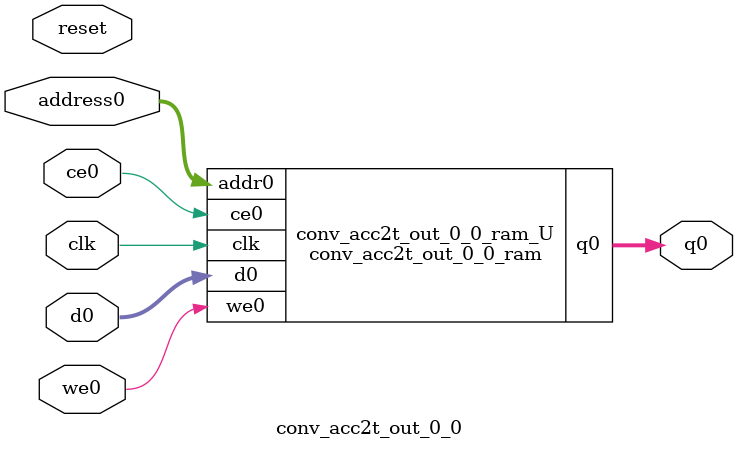
<source format=v>
`timescale 1 ns / 1 ps
module conv_acc2t_out_0_0_ram (addr0, ce0, d0, we0, q0,  clk);

parameter DWIDTH = 32;
parameter AWIDTH = 4;
parameter MEM_SIZE = 14;

input[AWIDTH-1:0] addr0;
input ce0;
input[DWIDTH-1:0] d0;
input we0;
output reg[DWIDTH-1:0] q0;
input clk;

reg [DWIDTH-1:0] ram[0:MEM_SIZE-1];




always @(posedge clk)  
begin 
    if (ce0) begin
        if (we0) 
            ram[addr0] <= d0; 
        q0 <= ram[addr0];
    end
end


endmodule

`timescale 1 ns / 1 ps
module conv_acc2t_out_0_0(
    reset,
    clk,
    address0,
    ce0,
    we0,
    d0,
    q0);

parameter DataWidth = 32'd32;
parameter AddressRange = 32'd14;
parameter AddressWidth = 32'd4;
input reset;
input clk;
input[AddressWidth - 1:0] address0;
input ce0;
input we0;
input[DataWidth - 1:0] d0;
output[DataWidth - 1:0] q0;



conv_acc2t_out_0_0_ram conv_acc2t_out_0_0_ram_U(
    .clk( clk ),
    .addr0( address0 ),
    .ce0( ce0 ),
    .we0( we0 ),
    .d0( d0 ),
    .q0( q0 ));

endmodule


</source>
